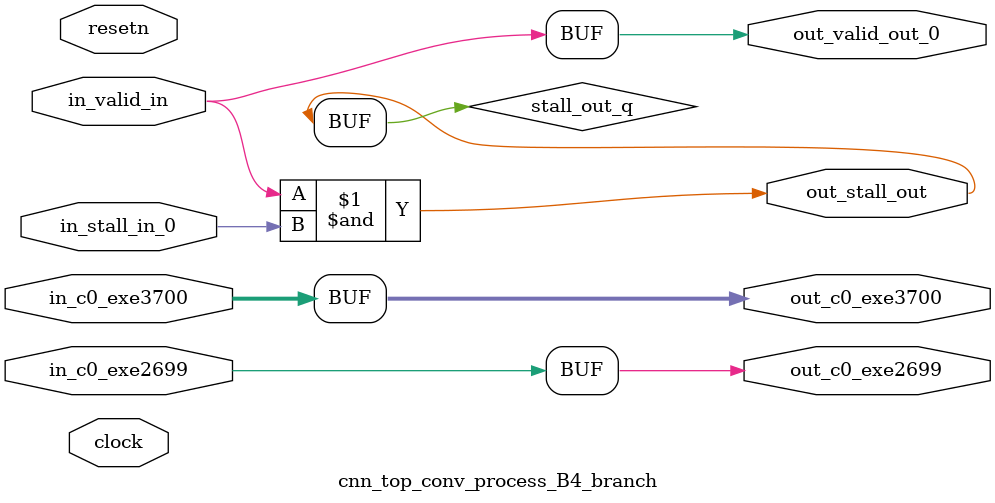
<source format=sv>



(* altera_attribute = "-name AUTO_SHIFT_REGISTER_RECOGNITION OFF; -name MESSAGE_DISABLE 10036; -name MESSAGE_DISABLE 10037; -name MESSAGE_DISABLE 14130; -name MESSAGE_DISABLE 14320; -name MESSAGE_DISABLE 15400; -name MESSAGE_DISABLE 14130; -name MESSAGE_DISABLE 10036; -name MESSAGE_DISABLE 12020; -name MESSAGE_DISABLE 12030; -name MESSAGE_DISABLE 12010; -name MESSAGE_DISABLE 12110; -name MESSAGE_DISABLE 14320; -name MESSAGE_DISABLE 13410; -name MESSAGE_DISABLE 113007; -name MESSAGE_DISABLE 10958" *)
module cnn_top_conv_process_B4_branch (
    input wire [0:0] in_c0_exe2699,
    input wire [31:0] in_c0_exe3700,
    input wire [0:0] in_stall_in_0,
    input wire [0:0] in_valid_in,
    output wire [0:0] out_c0_exe2699,
    output wire [31:0] out_c0_exe3700,
    output wire [0:0] out_stall_out,
    output wire [0:0] out_valid_out_0,
    input wire clock,
    input wire resetn
    );

    wire [0:0] stall_out_q;


    // out_c0_exe2699(GPOUT,6)
    assign out_c0_exe2699 = in_c0_exe2699;

    // out_c0_exe3700(GPOUT,7)
    assign out_c0_exe3700 = in_c0_exe3700;

    // stall_out(LOGICAL,10)
    assign stall_out_q = in_valid_in & in_stall_in_0;

    // out_stall_out(GPOUT,8)
    assign out_stall_out = stall_out_q;

    // out_valid_out_0(GPOUT,9)
    assign out_valid_out_0 = in_valid_in;

endmodule

</source>
